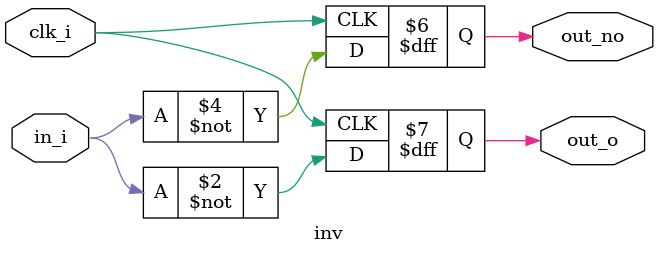
<source format=sv>
`timescale 1ns / 1ps

module inv (
    input  logic clk_i,
    input  logic in_i,
    output logic out_o,
    output logic out_no
);

  initial begin
    $display("Inv simulation starting");

    // Dump all to inv.vcd
    $dumpfile("inv.vcd");
    $dumpvars(0, inv);
  end

  always_ff @(posedge clk_i) begin
    out_o <= ~in_i;
  end

  always_ff @(negedge clk_i) begin
    out_no <= ~in_i;
  end

endmodule

</source>
